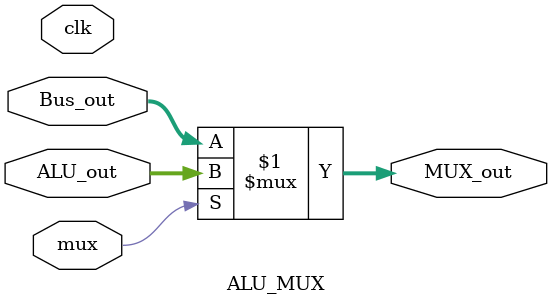
<source format=v>

module ALU_MUX (input clk, mux,
                input [23:0] ALU_out,
                input [23:0] Bus_out,
                output [23:0] MUX_out
);
 // 1 - ALU 
 // 0 - Bus (default)
    assign MUX_out = mux ? ALU_out : Bus_out ;

endmodule //ALU_MUX
</source>
